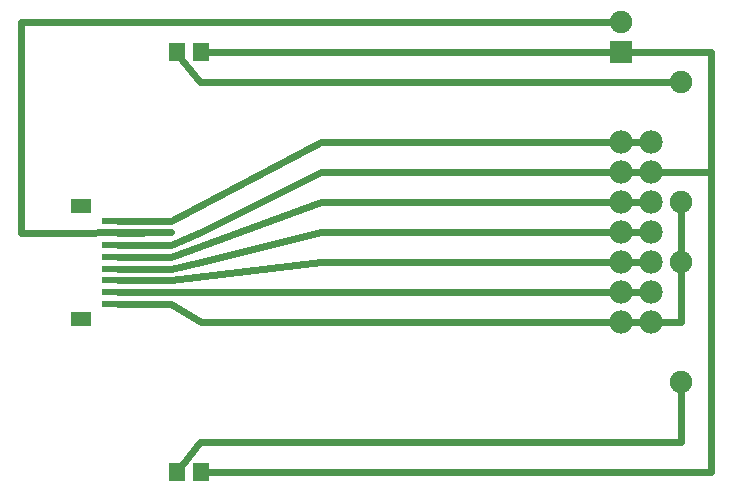
<source format=gtl>
G04 MADE WITH FRITZING*
G04 WWW.FRITZING.ORG*
G04 DOUBLE SIDED*
G04 HOLES PLATED*
G04 CONTOUR ON CENTER OF CONTOUR VECTOR*
%ASAXBY*%
%FSLAX23Y23*%
%MOIN*%
%OFA0B0*%
%SFA1.0B1.0*%
%ADD10C,0.075000*%
%ADD11C,0.078000*%
%ADD12R,0.061024X0.023622*%
%ADD13R,0.070866X0.047244*%
%ADD14R,0.075000X0.075000*%
%ADD15R,0.055118X0.059055*%
%ADD16C,0.024000*%
%LNCOPPER1*%
G90*
G70*
G54D10*
X2401Y1917D03*
X2401Y2017D03*
X2601Y817D03*
X2601Y1217D03*
X2601Y1417D03*
X2601Y1817D03*
G54D11*
X2401Y1617D03*
X2501Y1617D03*
X2401Y1517D03*
X2501Y1517D03*
X2401Y1417D03*
X2501Y1417D03*
X2401Y1317D03*
X2501Y1317D03*
X2401Y1217D03*
X2501Y1217D03*
X2401Y1117D03*
X2501Y1117D03*
X2401Y1017D03*
X2501Y1017D03*
G54D12*
X701Y1078D03*
X701Y1117D03*
X701Y1157D03*
X701Y1196D03*
X701Y1235D03*
X701Y1275D03*
X701Y1314D03*
X701Y1354D03*
G54D13*
X602Y1405D03*
X602Y1027D03*
G54D14*
X2401Y1917D03*
G54D15*
X921Y1917D03*
X1001Y1917D03*
X921Y517D03*
X1001Y517D03*
G54D16*
X1402Y1617D02*
X902Y1354D01*
D02*
X902Y1354D02*
X726Y1354D01*
D02*
X2371Y1617D02*
X1402Y1617D01*
D02*
X1402Y1518D02*
X1001Y1318D01*
D02*
X1001Y1318D02*
X902Y1275D01*
D02*
X902Y1275D02*
X726Y1275D01*
D02*
X2371Y1517D02*
X1402Y1518D01*
D02*
X1001Y1218D02*
X902Y1196D01*
D02*
X1401Y1318D02*
X1001Y1218D01*
D02*
X902Y1196D02*
X726Y1196D01*
D02*
X2371Y1317D02*
X1401Y1318D01*
D02*
X1402Y1218D02*
X902Y1157D01*
D02*
X902Y1157D02*
X726Y1157D01*
D02*
X2371Y1217D02*
X1402Y1218D01*
D02*
X902Y1117D02*
X726Y1117D01*
D02*
X2371Y1117D02*
X902Y1117D01*
D02*
X2371Y1017D02*
X1001Y1017D01*
D02*
X1001Y1017D02*
X902Y1078D01*
D02*
X902Y1078D02*
X726Y1078D01*
D02*
X2701Y1518D02*
X2701Y1918D01*
D02*
X2701Y1918D02*
X2430Y1917D01*
D02*
X2531Y1517D02*
X2701Y1518D01*
D02*
X902Y1317D02*
X402Y1316D01*
D02*
X402Y1316D02*
X402Y2017D01*
D02*
X402Y2017D02*
X2373Y2017D01*
D02*
X726Y1315D02*
X902Y1317D01*
D02*
X1023Y1917D02*
X2373Y1917D01*
D02*
X2701Y1918D02*
X2430Y1917D01*
D02*
X2701Y1518D02*
X2701Y1918D01*
D02*
X1023Y517D02*
X2701Y517D01*
D02*
X2701Y517D02*
X2701Y1518D01*
D02*
X2502Y1817D02*
X2573Y1817D01*
D02*
X1000Y1817D02*
X2502Y1817D01*
D02*
X940Y1893D02*
X1000Y1817D01*
D02*
X2531Y1017D02*
X2602Y1018D01*
D02*
X1000Y618D02*
X2602Y618D01*
D02*
X940Y541D02*
X1000Y618D01*
D02*
X2602Y618D02*
X2601Y789D01*
D02*
X2471Y1617D02*
X2431Y1617D01*
D02*
X2471Y1517D02*
X2431Y1517D01*
D02*
X2471Y1317D02*
X2431Y1317D01*
D02*
X2431Y1117D02*
X2471Y1117D01*
D02*
X2471Y1017D02*
X2431Y1017D01*
D02*
X2471Y1417D02*
X2431Y1417D01*
D02*
X2471Y1217D02*
X2431Y1217D01*
D02*
X2371Y1417D02*
X1401Y1417D01*
D02*
X1401Y1417D02*
X902Y1235D01*
D02*
X902Y1235D02*
X726Y1235D01*
D02*
X2531Y1017D02*
X2602Y1018D01*
D02*
X2602Y1018D02*
X2601Y1189D01*
D02*
X2601Y1246D02*
X2601Y1389D01*
G04 End of Copper1*
M02*
</source>
